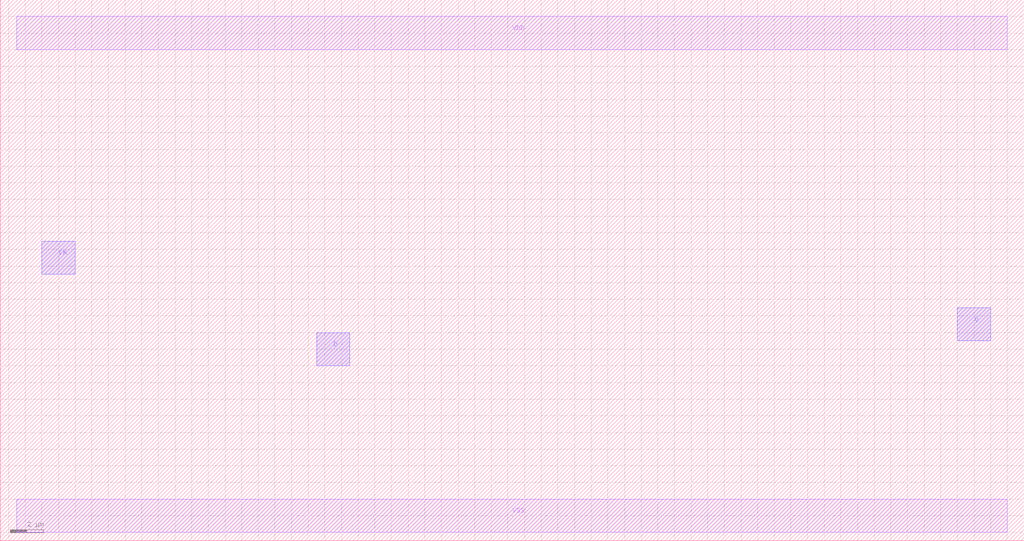
<source format=lef>
# C:/Users/akita/Documents/dff1m2_r.lef
# Created by Glade release version 4.7.35 compiled on May 19 2020 19:14:35
# Run by akita on host LAPTOP-E0CJ65QR at Wed Jun  3 17:34:15 2020

VERSION 5.6 ;
NAMESCASESENSITIVE ON ;
BUSBITCHARS "[]" ;
DIVIDERCHAR "/"  ;
UNITS
    DATABASE MICRONS 1000 ;
END UNITS

MACRO dff1m2_r
    CLASS core ;
    FOREIGN dff1m2_r -1.500 -1.500 ;
    ORIGIN 1.500 1.500 ;
    SIZE 61.500 BY 32.500 ;
    PIN CK
        DIRECTION INPUT ;
        USE SIGNAL ;
        PORT
        LAYER ML2 ;
        RECT 1.000 14.500 3.000 16.500 ;
        LAYER ML1 ;
        RECT 1.000 14.500 3.000 16.500 ;
        END
    END CK
    PIN VDD
        DIRECTION INOUT ;
        USE POWER ;
        PORT
        LAYER ML1 ;
        RECT -0.500 28.000 59.000 30.000 ;
        END
    END VDD
    PIN D
        DIRECTION INPUT ;
        USE POWER ;
        PORT
        LAYER ML2 ;
        RECT 17.500 9.000 19.500 11.000 ;
        LAYER ML1 ;
        RECT 17.500 9.000 19.500 11.000 ;
        END
    END D
    PIN Q
        DIRECTION OUTPUT ;
        USE SIGNAL ;
        PORT
        LAYER ML2 ;
        RECT 56.000 10.500 58.000 12.500 ;
        LAYER ML1 ;
        RECT 56.000 10.500 58.000 12.500 ;
        END
    END Q
    PIN VSS
        DIRECTION INOUT ;
        USE GROUND ;
        PORT
        LAYER ML1 ;
        RECT -0.500 -1.000 59.000 1.000 ;
        END
    END VSS
    OBS
    END
END dff1m2_r

END LIBRARY

</source>
